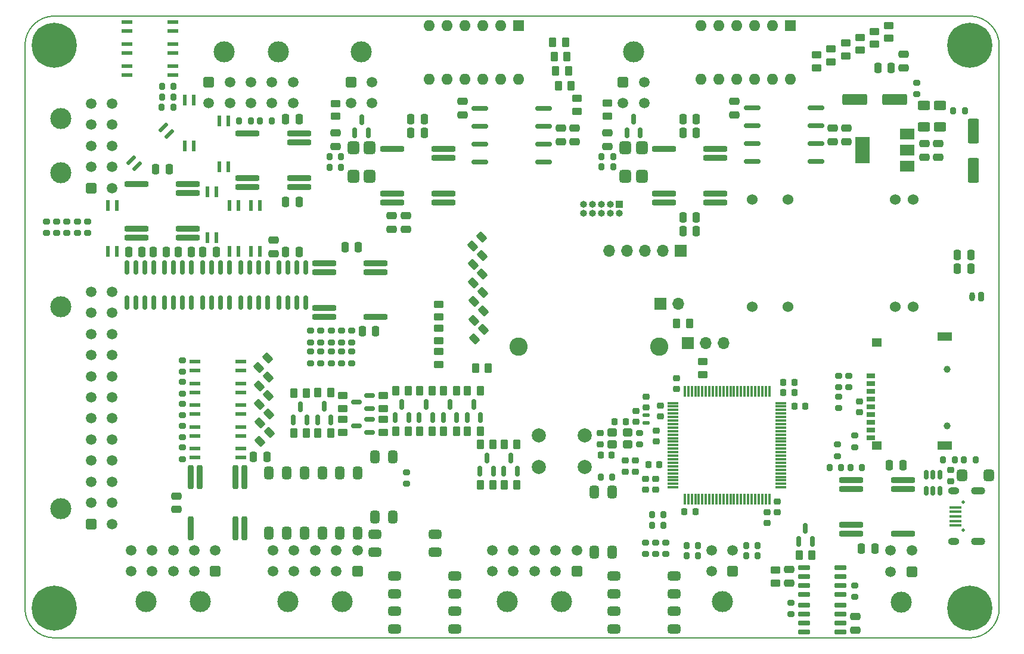
<source format=gts>
G04 #@! TF.GenerationSoftware,KiCad,Pcbnew,7.0.6*
G04 #@! TF.CreationDate,2023-08-28T17:52:52+03:00*
G04 #@! TF.ProjectId,impeller,696d7065-6c6c-4657-922e-6b696361645f,rev?*
G04 #@! TF.SameCoordinates,Original*
G04 #@! TF.FileFunction,Soldermask,Top*
G04 #@! TF.FilePolarity,Negative*
%FSLAX46Y46*%
G04 Gerber Fmt 4.6, Leading zero omitted, Abs format (unit mm)*
G04 Created by KiCad (PCBNEW 7.0.6) date 2023-08-28 17:52:52*
%MOMM*%
%LPD*%
G01*
G04 APERTURE LIST*
G04 Aperture macros list*
%AMRoundRect*
0 Rectangle with rounded corners*
0 $1 Rounding radius*
0 $2 $3 $4 $5 $6 $7 $8 $9 X,Y pos of 4 corners*
0 Add a 4 corners polygon primitive as box body*
4,1,4,$2,$3,$4,$5,$6,$7,$8,$9,$2,$3,0*
0 Add four circle primitives for the rounded corners*
1,1,$1+$1,$2,$3*
1,1,$1+$1,$4,$5*
1,1,$1+$1,$6,$7*
1,1,$1+$1,$8,$9*
0 Add four rect primitives between the rounded corners*
20,1,$1+$1,$2,$3,$4,$5,0*
20,1,$1+$1,$4,$5,$6,$7,0*
20,1,$1+$1,$6,$7,$8,$9,0*
20,1,$1+$1,$8,$9,$2,$3,0*%
G04 Aperture macros list end*
%ADD10RoundRect,0.250000X0.250000X0.475000X-0.250000X0.475000X-0.250000X-0.475000X0.250000X-0.475000X0*%
%ADD11RoundRect,0.200000X0.275000X-0.200000X0.275000X0.200000X-0.275000X0.200000X-0.275000X-0.200000X0*%
%ADD12RoundRect,0.325000X0.325000X0.575000X-0.325000X0.575000X-0.325000X-0.575000X0.325000X-0.575000X0*%
%ADD13RoundRect,0.200000X-1.500000X0.200000X-1.500000X-0.200000X1.500000X-0.200000X1.500000X0.200000X0*%
%ADD14RoundRect,0.225000X-0.225000X-0.250000X0.225000X-0.250000X0.225000X0.250000X-0.225000X0.250000X0*%
%ADD15C,0.800000*%
%ADD16C,6.400000*%
%ADD17C,3.000000*%
%ADD18RoundRect,0.250001X0.499999X0.499999X-0.499999X0.499999X-0.499999X-0.499999X0.499999X-0.499999X0*%
%ADD19C,1.500000*%
%ADD20RoundRect,0.250000X0.475000X-0.250000X0.475000X0.250000X-0.475000X0.250000X-0.475000X-0.250000X0*%
%ADD21RoundRect,0.250000X0.132583X-0.503814X0.503814X-0.132583X-0.132583X0.503814X-0.503814X0.132583X0*%
%ADD22RoundRect,0.225000X-0.250000X0.225000X-0.250000X-0.225000X0.250000X-0.225000X0.250000X0.225000X0*%
%ADD23RoundRect,0.250000X0.262500X0.450000X-0.262500X0.450000X-0.262500X-0.450000X0.262500X-0.450000X0*%
%ADD24RoundRect,0.250000X0.450000X-0.262500X0.450000X0.262500X-0.450000X0.262500X-0.450000X-0.262500X0*%
%ADD25RoundRect,0.250001X-0.499999X-0.499999X0.499999X-0.499999X0.499999X0.499999X-0.499999X0.499999X0*%
%ADD26RoundRect,0.137500X-0.137500X0.662500X-0.137500X-0.662500X0.137500X-0.662500X0.137500X0.662500X0*%
%ADD27RoundRect,0.425000X0.425000X-0.500000X0.425000X0.500000X-0.425000X0.500000X-0.425000X-0.500000X0*%
%ADD28RoundRect,0.250000X-0.262500X-0.450000X0.262500X-0.450000X0.262500X0.450000X-0.262500X0.450000X0*%
%ADD29RoundRect,0.137500X-0.662500X-0.137500X0.662500X-0.137500X0.662500X0.137500X-0.662500X0.137500X0*%
%ADD30RoundRect,0.250000X-0.250000X-0.475000X0.250000X-0.475000X0.250000X0.475000X-0.250000X0.475000X0*%
%ADD31RoundRect,0.200000X0.200000X0.275000X-0.200000X0.275000X-0.200000X-0.275000X0.200000X-0.275000X0*%
%ADD32RoundRect,0.225000X0.250000X-0.225000X0.250000X0.225000X-0.250000X0.225000X-0.250000X-0.225000X0*%
%ADD33C,0.500000*%
%ADD34R,1.800000X0.400000*%
%ADD35O,2.000000X1.090000*%
%ADD36O,1.600000X1.050000*%
%ADD37RoundRect,0.162500X1.012500X0.162500X-1.012500X0.162500X-1.012500X-0.162500X1.012500X-0.162500X0*%
%ADD38R,1.000000X1.000000*%
%ADD39O,1.000000X1.000000*%
%ADD40RoundRect,0.150000X0.150000X-0.825000X0.150000X0.825000X-0.150000X0.825000X-0.150000X-0.825000X0*%
%ADD41RoundRect,0.137500X0.662500X0.137500X-0.662500X0.137500X-0.662500X-0.137500X0.662500X-0.137500X0*%
%ADD42RoundRect,0.200000X-0.275000X0.200000X-0.275000X-0.200000X0.275000X-0.200000X0.275000X0.200000X0*%
%ADD43RoundRect,0.325000X-0.575000X0.325000X-0.575000X-0.325000X0.575000X-0.325000X0.575000X0.325000X0*%
%ADD44C,2.000000*%
%ADD45RoundRect,0.200000X-0.200000X-0.275000X0.200000X-0.275000X0.200000X0.275000X-0.200000X0.275000X0*%
%ADD46RoundRect,0.150000X0.150000X-0.587500X0.150000X0.587500X-0.150000X0.587500X-0.150000X-0.587500X0*%
%ADD47RoundRect,0.250000X-1.500000X-0.550000X1.500000X-0.550000X1.500000X0.550000X-1.500000X0.550000X0*%
%ADD48RoundRect,0.150000X0.725000X0.150000X-0.725000X0.150000X-0.725000X-0.150000X0.725000X-0.150000X0*%
%ADD49RoundRect,0.137500X-0.371231X-0.565685X0.565685X0.371231X0.371231X0.565685X-0.565685X-0.371231X0*%
%ADD50RoundRect,0.250000X-0.475000X0.250000X-0.475000X-0.250000X0.475000X-0.250000X0.475000X0.250000X0*%
%ADD51RoundRect,0.325000X0.575000X-0.325000X0.575000X0.325000X-0.575000X0.325000X-0.575000X-0.325000X0*%
%ADD52RoundRect,0.380000X0.380000X0.445000X-0.380000X0.445000X-0.380000X-0.445000X0.380000X-0.445000X0*%
%ADD53RoundRect,0.200000X1.500000X-0.200000X1.500000X0.200000X-1.500000X0.200000X-1.500000X-0.200000X0*%
%ADD54C,1.000000*%
%ADD55R,1.300000X0.700000*%
%ADD56R,2.000000X1.200000*%
%ADD57R,1.400000X1.200000*%
%ADD58RoundRect,0.225000X0.225000X0.250000X-0.225000X0.250000X-0.225000X-0.250000X0.225000X-0.250000X0*%
%ADD59R,1.700000X1.700000*%
%ADD60O,1.700000X1.700000*%
%ADD61RoundRect,0.150000X-0.725000X-0.150000X0.725000X-0.150000X0.725000X0.150000X-0.725000X0.150000X0*%
%ADD62RoundRect,0.150000X0.587500X0.150000X-0.587500X0.150000X-0.587500X-0.150000X0.587500X-0.150000X0*%
%ADD63RoundRect,0.200000X0.200000X1.500000X-0.200000X1.500000X-0.200000X-1.500000X0.200000X-1.500000X0*%
%ADD64R,2.000000X1.500000*%
%ADD65R,2.000000X3.800000*%
%ADD66RoundRect,0.250000X-0.450000X0.262500X-0.450000X-0.262500X0.450000X-0.262500X0.450000X0.262500X0*%
%ADD67RoundRect,0.250000X-0.625000X0.400000X-0.625000X-0.400000X0.625000X-0.400000X0.625000X0.400000X0*%
%ADD68RoundRect,0.250001X0.499999X-0.499999X0.499999X0.499999X-0.499999X0.499999X-0.499999X-0.499999X0*%
%ADD69RoundRect,0.300000X0.400000X0.300000X-0.400000X0.300000X-0.400000X-0.300000X0.400000X-0.300000X0*%
%ADD70RoundRect,0.150000X-0.150000X0.512500X-0.150000X-0.512500X0.150000X-0.512500X0.150000X0.512500X0*%
%ADD71RoundRect,0.200000X0.200000X0.450000X-0.200000X0.450000X-0.200000X-0.450000X0.200000X-0.450000X0*%
%ADD72O,0.800000X1.300000*%
%ADD73RoundRect,0.125000X0.375000X0.125000X-0.375000X0.125000X-0.375000X-0.125000X0.375000X-0.125000X0*%
%ADD74R,1.600000X1.600000*%
%ADD75O,1.600000X1.600000*%
%ADD76RoundRect,0.250000X-0.550000X1.500000X-0.550000X-1.500000X0.550000X-1.500000X0.550000X1.500000X0*%
%ADD77RoundRect,0.075000X-0.725000X-0.075000X0.725000X-0.075000X0.725000X0.075000X-0.725000X0.075000X0*%
%ADD78RoundRect,0.075000X-0.075000X-0.725000X0.075000X-0.725000X0.075000X0.725000X-0.075000X0.725000X0*%
%ADD79C,1.524000*%
%ADD80C,2.600000*%
G04 #@! TA.AperFunction,Profile*
%ADD81C,0.150000*%
G04 #@! TD*
G04 APERTURE END LIST*
D10*
X86672744Y-77126372D03*
X84772744Y-77126372D03*
D11*
X92412744Y-103461372D03*
X92412744Y-101811372D03*
D12*
X107252744Y-108506372D03*
X104712744Y-108506372D03*
X104712744Y-117046372D03*
X107252744Y-117046372D03*
D13*
X187417744Y-109556372D03*
X187417744Y-110826372D03*
X187417744Y-115906372D03*
X187417744Y-117176372D03*
X194717744Y-117176372D03*
X194717744Y-110826372D03*
X194717744Y-109556372D03*
D14*
X179327744Y-99066372D03*
X180877744Y-99066372D03*
D15*
X201827744Y-127786372D03*
X202530688Y-126089316D03*
X202530688Y-129483428D03*
X204227744Y-125386372D03*
D16*
X204227744Y-127786372D03*
D15*
X204227744Y-130186372D03*
X205924800Y-126089316D03*
X205924800Y-129483428D03*
X206627744Y-127786372D03*
D17*
X146252744Y-126866372D03*
X138552744Y-126866372D03*
D18*
X148412744Y-122546372D03*
D19*
X145412744Y-122546372D03*
X142412744Y-122546372D03*
X139412744Y-122546372D03*
X136412744Y-122546372D03*
X148412744Y-119546372D03*
X145412744Y-119546372D03*
X142412744Y-119546372D03*
X139412744Y-119546372D03*
X136412744Y-119546372D03*
D20*
X152772744Y-62106372D03*
X152772744Y-60206372D03*
D21*
X133618410Y-76289689D03*
X134908880Y-74999219D03*
D22*
X160292744Y-98946372D03*
X160292744Y-100496372D03*
D15*
X71827744Y-47786372D03*
X72530688Y-46089316D03*
X72530688Y-49483428D03*
X74227744Y-45386372D03*
D16*
X74227744Y-47786372D03*
D15*
X74227744Y-50186372D03*
X75924800Y-46089316D03*
X75924800Y-49483428D03*
X76627744Y-47786372D03*
D23*
X110045244Y-97158872D03*
X108220244Y-97158872D03*
D24*
X192742744Y-46748872D03*
X192742744Y-44923872D03*
D14*
X177767744Y-95646372D03*
X179317744Y-95646372D03*
D17*
X98292744Y-48666372D03*
X105992744Y-48666372D03*
D25*
X96132744Y-52986372D03*
D19*
X99132744Y-52986372D03*
X102132744Y-52986372D03*
X105132744Y-52986372D03*
X108132744Y-52986372D03*
X96132744Y-55986372D03*
X99132744Y-55986372D03*
X102132744Y-55986372D03*
X105132744Y-55986372D03*
X108132744Y-55986372D03*
D26*
X93967744Y-55536372D03*
X92697744Y-55536372D03*
X92697744Y-62036372D03*
X93967744Y-62036372D03*
D12*
X112252744Y-108506372D03*
X109712744Y-108506372D03*
X109712744Y-117046372D03*
X112252744Y-117046372D03*
D27*
X116697744Y-66371372D03*
X116697744Y-62321372D03*
X118997744Y-62321372D03*
X118997744Y-66371372D03*
D28*
X138110244Y-104486372D03*
X139935244Y-104486372D03*
D20*
X186737744Y-61436372D03*
X186737744Y-59536372D03*
D29*
X94192744Y-98901372D03*
X94192744Y-100171372D03*
X100692744Y-100171372D03*
X100692744Y-98901372D03*
D30*
X124857744Y-60211372D03*
X126757744Y-60211372D03*
D20*
X146137744Y-61456372D03*
X146137744Y-59556372D03*
D31*
X102107744Y-58476372D03*
X100457744Y-58476372D03*
D32*
X156732744Y-108346372D03*
X156732744Y-106796372D03*
D33*
X203281744Y-112706372D03*
X203281744Y-116706372D03*
D34*
X202181744Y-116006372D03*
X202181744Y-115356372D03*
X202181744Y-114706372D03*
X202181744Y-114056372D03*
X202181744Y-113406372D03*
D35*
X205431744Y-111106372D03*
D36*
X201981744Y-111106372D03*
D35*
X205431744Y-118306372D03*
D36*
X201981744Y-118306372D03*
D37*
X182372744Y-64296372D03*
X182372744Y-61756372D03*
X182372744Y-59216372D03*
X182372744Y-56676372D03*
X173322744Y-56676372D03*
X173322744Y-59216372D03*
X173322744Y-61756372D03*
X173322744Y-64296372D03*
D26*
X98887744Y-58506372D03*
X97617744Y-58506372D03*
X97617744Y-65006372D03*
X98887744Y-65006372D03*
D22*
X175422744Y-114091372D03*
X175422744Y-115641372D03*
D38*
X154472744Y-70371372D03*
D39*
X154472744Y-71641372D03*
X153202744Y-70371372D03*
X153202744Y-71641372D03*
X151932744Y-70371372D03*
X151932744Y-71641372D03*
X150662744Y-70371372D03*
X150662744Y-71641372D03*
X149392744Y-70371372D03*
X149392744Y-71641372D03*
D40*
X84482744Y-84281372D03*
X85752744Y-84281372D03*
X87022744Y-84281372D03*
X88292744Y-84281372D03*
X88292744Y-79331372D03*
X87022744Y-79331372D03*
X85752744Y-79331372D03*
X84482744Y-79331372D03*
D41*
X91002744Y-51966372D03*
X91002744Y-50696372D03*
X84502744Y-50696372D03*
X84502744Y-51966372D03*
D11*
X196722744Y-54711372D03*
X196722744Y-53061372D03*
D42*
X178840000Y-126990000D03*
X178840000Y-128640000D03*
D12*
X122262744Y-106276372D03*
X119722744Y-106276372D03*
X119722744Y-114816372D03*
X122262744Y-114816372D03*
D21*
X103442744Y-104056372D03*
X104733214Y-102765902D03*
D17*
X194517744Y-126876372D03*
D18*
X196017744Y-122556372D03*
D19*
X193017744Y-122556372D03*
X196017744Y-119556372D03*
X193017744Y-119556372D03*
D10*
X190737744Y-119276372D03*
X188837744Y-119276372D03*
D30*
X107052744Y-58216372D03*
X108952744Y-58216372D03*
D43*
X122562744Y-128196372D03*
X122562744Y-130736372D03*
X131102744Y-130736372D03*
X131102744Y-128196372D03*
D11*
X187882744Y-104891372D03*
X187882744Y-103241372D03*
D22*
X151772744Y-102901372D03*
X151772744Y-104451372D03*
D44*
X149522744Y-107726372D03*
X143022744Y-107726372D03*
X149522744Y-103226372D03*
X143022744Y-103226372D03*
D45*
X172482744Y-120316372D03*
X174132744Y-120316372D03*
D11*
X78932744Y-74451372D03*
X78932744Y-72801372D03*
D46*
X129452744Y-100653872D03*
X131352744Y-100653872D03*
X130402744Y-98778872D03*
D30*
X163497744Y-74146372D03*
X165397744Y-74146372D03*
D22*
X158192744Y-109351372D03*
X158192744Y-110901372D03*
D30*
X163497744Y-60191372D03*
X165397744Y-60191372D03*
D10*
X194717744Y-107472305D03*
X192817744Y-107472305D03*
D27*
X155337744Y-66351372D03*
X155337744Y-62301372D03*
X157637744Y-62301372D03*
X157637744Y-66351372D03*
D46*
X155537744Y-60153872D03*
X157437744Y-60153872D03*
X156487744Y-58278872D03*
D47*
X187932744Y-55466372D03*
X193532744Y-55466372D03*
D48*
X185845000Y-125775000D03*
X185845000Y-124505000D03*
X185845000Y-123235000D03*
X185845000Y-121965000D03*
X180695000Y-121965000D03*
X180695000Y-123235000D03*
X180695000Y-124505000D03*
X180695000Y-125775000D03*
D46*
X132852744Y-100653872D03*
X134752744Y-100653872D03*
X133802744Y-98778872D03*
D10*
X108952744Y-77116372D03*
X107052744Y-77116372D03*
D32*
X159722744Y-104051372D03*
X159722744Y-102501372D03*
D49*
X85075634Y-64055456D03*
X85973660Y-64953482D03*
X90569854Y-60357288D03*
X89671828Y-59459262D03*
D42*
X161072744Y-118441372D03*
X161072744Y-120091372D03*
D21*
X133830542Y-86825580D03*
X135121012Y-85535110D03*
D26*
X83107744Y-70546372D03*
X81837744Y-70546372D03*
X81837744Y-77046372D03*
X83107744Y-77046372D03*
D50*
X197772744Y-61746372D03*
X197772744Y-63646372D03*
D51*
X128272744Y-119816372D03*
X128272744Y-117276372D03*
X119732744Y-117276372D03*
X119732744Y-119816372D03*
D28*
X145800244Y-53466372D03*
X147625244Y-53466372D03*
D11*
X116452744Y-89986372D03*
X116452744Y-88336372D03*
X92412744Y-97261372D03*
X92412744Y-95611372D03*
D46*
X126042744Y-100653872D03*
X127942744Y-100653872D03*
X126992744Y-98778872D03*
D17*
X94932744Y-126856372D03*
X87232744Y-126856372D03*
D18*
X97092744Y-122536372D03*
D19*
X94092744Y-122536372D03*
X91092744Y-122536372D03*
X88092744Y-122536372D03*
X85092744Y-122536372D03*
X97092744Y-119536372D03*
X94092744Y-119536372D03*
X91092744Y-119536372D03*
X88092744Y-119536372D03*
X85092744Y-119536372D03*
D50*
X187950000Y-128960000D03*
X187950000Y-130860000D03*
D45*
X103427744Y-58476372D03*
X105077744Y-58476372D03*
D11*
X76012744Y-74441372D03*
X76012744Y-72791372D03*
D40*
X89887744Y-84281372D03*
X91157744Y-84281372D03*
X92427744Y-84281372D03*
X93697744Y-84281372D03*
X93697744Y-79331372D03*
X92427744Y-79331372D03*
X91157744Y-79331372D03*
X89887744Y-79331372D03*
D30*
X191202744Y-50936372D03*
X193102744Y-50936372D03*
D52*
X206932744Y-108886372D03*
X203172744Y-108886372D03*
D40*
X95287744Y-84281372D03*
X96557744Y-84281372D03*
X97827744Y-84281372D03*
X99097744Y-84281372D03*
X99097744Y-79331372D03*
X97827744Y-79331372D03*
X96557744Y-79331372D03*
X95287744Y-79331372D03*
D53*
X93172744Y-75056372D03*
X93172744Y-73786372D03*
X93172744Y-68706372D03*
X93172744Y-67436372D03*
X85872744Y-67436372D03*
X85872744Y-73786372D03*
X85872744Y-75056372D03*
D54*
X200992744Y-101829372D03*
X200992744Y-93829372D03*
D55*
X190152744Y-94739372D03*
X190152744Y-95839372D03*
X190152744Y-96939372D03*
X190152744Y-98039372D03*
X190152744Y-99139372D03*
X190152744Y-100239372D03*
X190152744Y-101339372D03*
X190152744Y-102439372D03*
X190152744Y-103539372D03*
D56*
X200702744Y-104639372D03*
X200702744Y-89119372D03*
D57*
X191002744Y-104639372D03*
X191002744Y-89959372D03*
D58*
X165267744Y-114046372D03*
X163717744Y-114046372D03*
D21*
X103283645Y-96154453D03*
X104574115Y-94863983D03*
D28*
X132890244Y-96846372D03*
X134715244Y-96846372D03*
D51*
X162262744Y-130726372D03*
X162262744Y-128186372D03*
X153722744Y-128186372D03*
X153722744Y-130726372D03*
D31*
X114957744Y-65076372D03*
X113307744Y-65076372D03*
D11*
X77472744Y-74451372D03*
X77472744Y-72801372D03*
D23*
X131315244Y-96846372D03*
X129490244Y-96846372D03*
D59*
X164232744Y-90086372D03*
D60*
X166772744Y-90086372D03*
X169312744Y-90086372D03*
D22*
X176882744Y-112571372D03*
X176882744Y-114121372D03*
D28*
X162620244Y-87306372D03*
X164445244Y-87306372D03*
D31*
X202097744Y-106656372D03*
X200447744Y-106656372D03*
X188917744Y-107736372D03*
X187267744Y-107736372D03*
D32*
X155272744Y-108346372D03*
X155272744Y-106796372D03*
D10*
X97192744Y-77126372D03*
X95292744Y-77126372D03*
D61*
X180695000Y-127370000D03*
X180695000Y-128640000D03*
X180695000Y-129910000D03*
X180695000Y-131180000D03*
X185845000Y-131180000D03*
X185845000Y-129910000D03*
X185845000Y-128640000D03*
X185845000Y-127370000D03*
D62*
X118997744Y-99406372D03*
X118997744Y-97506372D03*
X117122744Y-98456372D03*
D45*
X151802744Y-109136372D03*
X153452744Y-109136372D03*
D11*
X185582744Y-96351372D03*
X185582744Y-94701372D03*
D63*
X101242744Y-109136372D03*
X99972744Y-109136372D03*
X94892744Y-109136372D03*
X93622744Y-109136372D03*
X93622744Y-116436372D03*
X99972744Y-116436372D03*
X101242744Y-116436372D03*
D30*
X163497744Y-58231372D03*
X165397744Y-58231372D03*
D24*
X152787744Y-57808872D03*
X152787744Y-55983872D03*
D64*
X195332744Y-64956372D03*
X195332744Y-62656372D03*
D65*
X189032744Y-62656372D03*
D64*
X195332744Y-60356372D03*
D40*
X106097744Y-84281372D03*
X107367744Y-84281372D03*
X108637744Y-84281372D03*
X109907744Y-84281372D03*
X109907744Y-79331372D03*
X108637744Y-79331372D03*
X107367744Y-79331372D03*
X106097744Y-79331372D03*
D28*
X132890244Y-102586372D03*
X134715244Y-102586372D03*
D21*
X103336678Y-98788426D03*
X104627148Y-97497956D03*
D12*
X117252744Y-108506372D03*
X114712744Y-108506372D03*
X114712744Y-117046372D03*
X117252744Y-117046372D03*
D32*
X201492744Y-109681372D03*
X201492744Y-108131372D03*
D30*
X202502744Y-77536372D03*
X204402744Y-77536372D03*
D46*
X116897744Y-60173872D03*
X118797744Y-60173872D03*
X117847744Y-58298872D03*
D24*
X184542744Y-50108872D03*
X184542744Y-48283872D03*
D45*
X201897744Y-57026372D03*
X203547744Y-57026372D03*
D24*
X115190244Y-99368872D03*
X115190244Y-97543872D03*
D10*
X104412744Y-106276372D03*
X102512744Y-106276372D03*
X117382744Y-76486372D03*
X115482744Y-76486372D03*
D28*
X145000244Y-47286372D03*
X146825244Y-47286372D03*
D45*
X159087744Y-115946372D03*
X160737744Y-115946372D03*
D37*
X143732744Y-64316372D03*
X143732744Y-61776372D03*
X143732744Y-59236372D03*
X143732744Y-56696372D03*
X134682744Y-56696372D03*
X134682744Y-59236372D03*
X134682744Y-61776372D03*
X134682744Y-64316372D03*
D20*
X132177744Y-57646372D03*
X132177744Y-55746372D03*
D66*
X166272744Y-92733872D03*
X166272744Y-94558872D03*
D31*
X165662744Y-120326372D03*
X164012744Y-120326372D03*
D28*
X126080244Y-96846372D03*
X127905244Y-96846372D03*
D45*
X89477744Y-55076372D03*
X91127744Y-55076372D03*
D42*
X185442744Y-104481372D03*
X185442744Y-106131372D03*
D24*
X128832744Y-89748872D03*
X128832744Y-87923872D03*
D15*
X71827744Y-127786372D03*
X72530688Y-126089316D03*
X72530688Y-129483428D03*
X74227744Y-125386372D03*
D16*
X74227744Y-127786372D03*
D15*
X74227744Y-130186372D03*
X75924800Y-126089316D03*
X75924800Y-129483428D03*
X76627744Y-127786372D03*
D45*
X89467744Y-56536372D03*
X91117744Y-56536372D03*
D11*
X73092744Y-74451372D03*
X73092744Y-72801372D03*
D67*
X200002744Y-56266372D03*
X200002744Y-59366372D03*
D20*
X148097744Y-61456372D03*
X148097744Y-59556372D03*
D17*
X75112744Y-113626372D03*
X75112744Y-84926372D03*
D68*
X79432744Y-115786372D03*
D19*
X79432744Y-112786372D03*
X79432744Y-109786372D03*
X79432744Y-106786372D03*
X79432744Y-103786372D03*
X79432744Y-100786372D03*
X79432744Y-97786372D03*
X79432744Y-94786372D03*
X79432744Y-91786372D03*
X79432744Y-88786372D03*
X79432744Y-85786372D03*
X79432744Y-82786372D03*
X82432744Y-115786372D03*
X82432744Y-112786372D03*
X82432744Y-109786372D03*
X82432744Y-106786372D03*
X82432744Y-103786372D03*
X82432744Y-100786372D03*
X82432744Y-97786372D03*
X82432744Y-94786372D03*
X82432744Y-91786372D03*
X82432744Y-88786372D03*
X82432744Y-85786372D03*
X82432744Y-82786372D03*
D69*
X153432744Y-104506372D03*
X155632744Y-104506372D03*
X155632744Y-102806372D03*
X153432744Y-102806372D03*
D42*
X110612744Y-91306372D03*
X110612744Y-92956372D03*
D70*
X199972744Y-108768872D03*
X199022744Y-108768872D03*
X198072744Y-108768872D03*
X198072744Y-111043872D03*
X199022744Y-111043872D03*
X199972744Y-111043872D03*
D21*
X133671443Y-78923662D03*
X134961913Y-77633192D03*
D10*
X93697744Y-77126372D03*
X91797744Y-77126372D03*
D31*
X114957744Y-63606372D03*
X113307744Y-63606372D03*
D22*
X159652744Y-109351372D03*
X159652744Y-110901372D03*
D29*
X94192744Y-102001372D03*
X94192744Y-103271372D03*
X100692744Y-103271372D03*
X100692744Y-102001372D03*
D28*
X134040244Y-93596372D03*
X135865244Y-93596372D03*
D30*
X163497744Y-72186372D03*
X165397744Y-72186372D03*
D11*
X113532744Y-89986372D03*
X113532744Y-88336372D03*
D30*
X88222744Y-77126372D03*
X90122744Y-77126372D03*
D50*
X194842744Y-49036372D03*
X194842744Y-50936372D03*
D22*
X156802744Y-99731372D03*
X156802744Y-101281372D03*
D31*
X153597744Y-65056372D03*
X151947744Y-65056372D03*
D26*
X100327744Y-70556372D03*
X99057744Y-70556372D03*
X99057744Y-77056372D03*
X100327744Y-77056372D03*
D31*
X165662744Y-118866372D03*
X164012744Y-118866372D03*
D28*
X129490244Y-102586372D03*
X131315244Y-102586372D03*
D24*
X128832744Y-93108872D03*
X128832744Y-91283872D03*
D42*
X158152744Y-118441372D03*
X158152744Y-120091372D03*
D71*
X205842744Y-83496372D03*
D72*
X204592744Y-83496372D03*
D28*
X111620244Y-102896372D03*
X113445244Y-102896372D03*
D11*
X110612744Y-89986372D03*
X110612744Y-88336372D03*
D29*
X94192744Y-105101372D03*
X94192744Y-106371372D03*
X100692744Y-106371372D03*
X100692744Y-105101372D03*
D23*
X124505244Y-96846372D03*
X122680244Y-96846372D03*
D20*
X105322744Y-77356372D03*
X105322744Y-75456372D03*
D24*
X114132744Y-57828872D03*
X114132744Y-56003872D03*
D20*
X170817744Y-57626372D03*
X170817744Y-55726372D03*
D21*
X133724476Y-81557634D03*
X135014946Y-80267164D03*
D10*
X119832744Y-88386372D03*
X117932744Y-88386372D03*
D12*
X153442744Y-111276372D03*
X150902744Y-111276372D03*
X150902744Y-119816372D03*
X153442744Y-119816372D03*
D73*
X158252744Y-101466372D03*
X158252744Y-100366372D03*
D50*
X122152744Y-71976372D03*
X122152744Y-73876372D03*
D42*
X159612744Y-118441372D03*
X159612744Y-120091372D03*
D40*
X100697744Y-84281372D03*
X101967744Y-84281372D03*
X103237744Y-84281372D03*
X104507744Y-84281372D03*
X104507744Y-79331372D03*
X103237744Y-79331372D03*
X101967744Y-79331372D03*
X100697744Y-79331372D03*
D45*
X203417744Y-106656372D03*
X205067744Y-106656372D03*
D14*
X177772744Y-97106372D03*
X179322744Y-97106372D03*
D53*
X108952744Y-67916372D03*
X108952744Y-66646372D03*
X108952744Y-61566372D03*
X108952744Y-60296372D03*
X101652744Y-60296372D03*
X101652744Y-66646372D03*
X101652744Y-67916372D03*
D28*
X108220244Y-102906372D03*
X110045244Y-102906372D03*
D46*
X134672744Y-108293872D03*
X136572744Y-108293872D03*
X135622744Y-106418872D03*
D20*
X114132744Y-62126372D03*
X114132744Y-60226372D03*
D14*
X153807744Y-101266372D03*
X155357744Y-101266372D03*
D28*
X122680244Y-102586372D03*
X124505244Y-102586372D03*
D23*
X136535244Y-104486372D03*
X134710244Y-104486372D03*
D17*
X75112744Y-65886372D03*
X75112744Y-58186372D03*
D68*
X79432744Y-68046372D03*
D19*
X79432744Y-65046372D03*
X79432744Y-62046372D03*
X79432744Y-59046372D03*
X79432744Y-56046372D03*
X82432744Y-68046372D03*
X82432744Y-65046372D03*
X82432744Y-62046372D03*
X82432744Y-59046372D03*
X82432744Y-56046372D03*
D22*
X158262744Y-97681372D03*
X158262744Y-99231372D03*
D28*
X145200244Y-49346372D03*
X147025244Y-49346372D03*
D17*
X169072744Y-126866372D03*
D18*
X170572744Y-122546372D03*
D19*
X167572744Y-122546372D03*
X170572744Y-119546372D03*
X167572744Y-119546372D03*
D31*
X185957744Y-107736372D03*
X184307744Y-107736372D03*
D50*
X124112744Y-71976372D03*
X124112744Y-73876372D03*
D20*
X91532744Y-113736372D03*
X91532744Y-111836372D03*
D24*
X188642744Y-48428872D03*
X188642744Y-46603872D03*
X120932744Y-102768872D03*
X120932744Y-100943872D03*
D67*
X197762744Y-56266372D03*
X197762744Y-59366372D03*
D74*
X178762744Y-44916372D03*
D75*
X176222744Y-44916372D03*
X173682744Y-44916372D03*
X171142744Y-44916372D03*
X168602744Y-44916372D03*
X166062744Y-44916372D03*
X166062744Y-52536372D03*
X168602744Y-52536372D03*
X171142744Y-52536372D03*
X173682744Y-52536372D03*
X176222744Y-52536372D03*
X178762744Y-52536372D03*
D46*
X111582744Y-100963872D03*
X113482744Y-100963872D03*
X112532744Y-99088872D03*
D11*
X92412744Y-106561372D03*
X92412744Y-104911372D03*
D66*
X128832744Y-84563872D03*
X128832744Y-86388872D03*
D30*
X202502744Y-79496372D03*
X204402744Y-79496372D03*
D20*
X184777744Y-61436372D03*
X184777744Y-59536372D03*
D28*
X126080244Y-102586372D03*
X127905244Y-102586372D03*
X145430244Y-51406372D03*
X147255244Y-51406372D03*
D42*
X116452744Y-91306372D03*
X116452744Y-92956372D03*
D28*
X134710244Y-110226372D03*
X136535244Y-110226372D03*
D76*
X204712744Y-59916372D03*
X204712744Y-65516372D03*
D42*
X112072744Y-91306372D03*
X112072744Y-92956372D03*
D26*
X103427744Y-70546372D03*
X102157744Y-70546372D03*
X102157744Y-77046372D03*
X103427744Y-77046372D03*
D41*
X91002744Y-48861372D03*
X91002744Y-47591372D03*
X84502744Y-47591372D03*
X84502744Y-48861372D03*
D45*
X89477744Y-53616372D03*
X91127744Y-53616372D03*
D59*
X160277744Y-84486372D03*
D60*
X162817744Y-84486372D03*
D26*
X97217744Y-68596372D03*
X95947744Y-68596372D03*
X95947744Y-75096372D03*
X97217744Y-75096372D03*
D21*
X103389711Y-101422399D03*
X104680181Y-100131929D03*
D28*
X111620244Y-97146372D03*
X113445244Y-97146372D03*
X138110244Y-110226372D03*
X139935244Y-110226372D03*
D62*
X118997744Y-102806372D03*
X118997744Y-100906372D03*
X117122744Y-101856372D03*
D58*
X160167744Y-107336372D03*
X158617744Y-107336372D03*
D77*
X162077744Y-98591372D03*
X162077744Y-99091372D03*
X162077744Y-99591372D03*
X162077744Y-100091372D03*
X162077744Y-100591372D03*
X162077744Y-101091372D03*
X162077744Y-101591372D03*
X162077744Y-102091372D03*
X162077744Y-102591372D03*
X162077744Y-103091372D03*
X162077744Y-103591372D03*
X162077744Y-104091372D03*
X162077744Y-104591372D03*
X162077744Y-105091372D03*
X162077744Y-105591372D03*
X162077744Y-106091372D03*
X162077744Y-106591372D03*
X162077744Y-107091372D03*
X162077744Y-107591372D03*
X162077744Y-108091372D03*
X162077744Y-108591372D03*
X162077744Y-109091372D03*
X162077744Y-109591372D03*
X162077744Y-110091372D03*
X162077744Y-110591372D03*
D78*
X163752744Y-112266372D03*
X164252744Y-112266372D03*
X164752744Y-112266372D03*
X165252744Y-112266372D03*
X165752744Y-112266372D03*
X166252744Y-112266372D03*
X166752744Y-112266372D03*
X167252744Y-112266372D03*
X167752744Y-112266372D03*
X168252744Y-112266372D03*
X168752744Y-112266372D03*
X169252744Y-112266372D03*
X169752744Y-112266372D03*
X170252744Y-112266372D03*
X170752744Y-112266372D03*
X171252744Y-112266372D03*
X171752744Y-112266372D03*
X172252744Y-112266372D03*
X172752744Y-112266372D03*
X173252744Y-112266372D03*
X173752744Y-112266372D03*
X174252744Y-112266372D03*
X174752744Y-112266372D03*
X175252744Y-112266372D03*
X175752744Y-112266372D03*
D77*
X177427744Y-110591372D03*
X177427744Y-110091372D03*
X177427744Y-109591372D03*
X177427744Y-109091372D03*
X177427744Y-108591372D03*
X177427744Y-108091372D03*
X177427744Y-107591372D03*
X177427744Y-107091372D03*
X177427744Y-106591372D03*
X177427744Y-106091372D03*
X177427744Y-105591372D03*
X177427744Y-105091372D03*
X177427744Y-104591372D03*
X177427744Y-104091372D03*
X177427744Y-103591372D03*
X177427744Y-103091372D03*
X177427744Y-102591372D03*
X177427744Y-102091372D03*
X177427744Y-101591372D03*
X177427744Y-101091372D03*
X177427744Y-100591372D03*
X177427744Y-100091372D03*
X177427744Y-99591372D03*
X177427744Y-99091372D03*
X177427744Y-98591372D03*
D78*
X175752744Y-96916372D03*
X175252744Y-96916372D03*
X174752744Y-96916372D03*
X174252744Y-96916372D03*
X173752744Y-96916372D03*
X173252744Y-96916372D03*
X172752744Y-96916372D03*
X172252744Y-96916372D03*
X171752744Y-96916372D03*
X171252744Y-96916372D03*
X170752744Y-96916372D03*
X170252744Y-96916372D03*
X169752744Y-96916372D03*
X169252744Y-96916372D03*
X168752744Y-96916372D03*
X168252744Y-96916372D03*
X167752744Y-96916372D03*
X167252744Y-96916372D03*
X166752744Y-96916372D03*
X166252744Y-96916372D03*
X165752744Y-96916372D03*
X165252744Y-96916372D03*
X164752744Y-96916372D03*
X164252744Y-96916372D03*
X163752744Y-96916372D03*
D11*
X92412744Y-100361372D03*
X92412744Y-98711372D03*
D46*
X122642744Y-100653872D03*
X124542744Y-100653872D03*
X123592744Y-98778872D03*
D24*
X176660000Y-124185000D03*
X176660000Y-122360000D03*
D21*
X103230612Y-93520481D03*
X104521082Y-92230011D03*
D29*
X94192744Y-95801372D03*
X94192744Y-97071372D03*
X100692744Y-97071372D03*
X100692744Y-95801372D03*
D11*
X187042744Y-96351372D03*
X187042744Y-94701372D03*
D24*
X148412744Y-57108872D03*
X148412744Y-55283872D03*
D29*
X94192744Y-92701372D03*
X94192744Y-93971372D03*
X100692744Y-93971372D03*
X100692744Y-92701372D03*
D42*
X114992744Y-91306372D03*
X114992744Y-92956372D03*
D11*
X74552744Y-74451372D03*
X74552744Y-72801372D03*
D20*
X178590000Y-124185000D03*
X178590000Y-122285000D03*
D17*
X117837744Y-48666372D03*
D25*
X116337744Y-52986372D03*
D19*
X119337744Y-52986372D03*
X116337744Y-55986372D03*
X119337744Y-55986372D03*
D15*
X201827744Y-47786372D03*
X202530688Y-46089316D03*
X202530688Y-49483428D03*
X204227744Y-45386372D03*
D16*
X204227744Y-47786372D03*
D15*
X204227744Y-50186372D03*
X205924800Y-46089316D03*
X205924800Y-49483428D03*
X206627744Y-47786372D03*
D42*
X124222744Y-108451372D03*
X124222744Y-110101372D03*
D30*
X124857744Y-58251372D03*
X126757744Y-58251372D03*
D17*
X115092744Y-126856372D03*
X107392744Y-126856372D03*
D18*
X117252744Y-122536372D03*
D19*
X114252744Y-122536372D03*
X111252744Y-122536372D03*
X108252744Y-122536372D03*
X105252744Y-122536372D03*
X117252744Y-119536372D03*
X114252744Y-119536372D03*
X111252744Y-119536372D03*
X108252744Y-119536372D03*
X105252744Y-119536372D03*
D21*
X133883575Y-89459553D03*
X135174045Y-88169083D03*
D59*
X163142744Y-76926372D03*
D60*
X160602744Y-76926372D03*
X158062744Y-76926372D03*
X155522744Y-76926372D03*
X152982744Y-76926372D03*
D32*
X162572744Y-96631372D03*
X162572744Y-95081372D03*
D41*
X91002744Y-45756372D03*
X91002744Y-44486372D03*
X84502744Y-44486372D03*
X84502744Y-45756372D03*
D28*
X179987500Y-120180000D03*
X181812500Y-120180000D03*
D79*
X196172744Y-69646372D03*
X193632744Y-69646372D03*
X178392744Y-69646372D03*
X173312744Y-69646372D03*
X173312744Y-84886372D03*
X178392744Y-84886372D03*
X193632744Y-84886372D03*
X196172744Y-84886372D03*
D21*
X133777509Y-84191607D03*
X135067979Y-82901137D03*
D46*
X179950000Y-118247500D03*
X181850000Y-118247500D03*
X180900000Y-116372500D03*
D42*
X157354686Y-102846372D03*
X157354686Y-104496372D03*
D24*
X186592744Y-49268872D03*
X186592744Y-47443872D03*
D51*
X162262744Y-125726372D03*
X162262744Y-123186372D03*
X153722744Y-123186372D03*
X153722744Y-125726372D03*
D42*
X113532744Y-91306372D03*
X113532744Y-92956372D03*
D24*
X190692744Y-47588872D03*
X190692744Y-45763872D03*
D11*
X112072744Y-89986372D03*
X112072744Y-88336372D03*
D13*
X112552744Y-78696372D03*
X112552744Y-79966372D03*
X112552744Y-85046372D03*
X112552744Y-86316372D03*
X119852744Y-86316372D03*
X119852744Y-79966372D03*
X119852744Y-78696372D03*
D24*
X120932744Y-99368872D03*
X120932744Y-97543872D03*
D32*
X188542744Y-99914372D03*
X188542744Y-98364372D03*
D30*
X107052744Y-69986372D03*
X108952744Y-69986372D03*
D42*
X187890000Y-124505000D03*
X187890000Y-126155000D03*
D24*
X182492744Y-50948872D03*
X182492744Y-49123872D03*
D45*
X159097744Y-114486372D03*
X160747744Y-114486372D03*
D53*
X129457744Y-70126372D03*
X129457744Y-68856372D03*
X129457744Y-63776372D03*
X129457744Y-62506372D03*
X122157744Y-62506372D03*
X122157744Y-68856372D03*
X122157744Y-70126372D03*
X168082744Y-70086372D03*
X168082744Y-68816372D03*
X168082744Y-63736372D03*
X168082744Y-62466372D03*
X160782744Y-62466372D03*
X160782744Y-68816372D03*
X160782744Y-70086372D03*
D11*
X92402744Y-94161372D03*
X92402744Y-92511372D03*
D46*
X108182744Y-100973872D03*
X110082744Y-100973872D03*
X109132744Y-99098872D03*
D74*
X140112744Y-44926372D03*
D75*
X137572744Y-44926372D03*
X135032744Y-44926372D03*
X132492744Y-44926372D03*
X129952744Y-44926372D03*
X127412744Y-44926372D03*
X127412744Y-52546372D03*
X129952744Y-52546372D03*
X132492744Y-52546372D03*
X135032744Y-52546372D03*
X137572744Y-52546372D03*
X140112744Y-52546372D03*
D66*
X115190244Y-100943872D03*
X115190244Y-102768872D03*
D80*
X160152744Y-90576372D03*
X140152744Y-90576372D03*
D42*
X185582744Y-97671372D03*
X185582744Y-99321372D03*
D30*
X88592744Y-65366372D03*
X90492744Y-65366372D03*
D45*
X172482744Y-118846372D03*
X174132744Y-118846372D03*
D11*
X114992744Y-89986372D03*
X114992744Y-88336372D03*
D58*
X153397744Y-106036372D03*
X151847744Y-106036372D03*
D46*
X138072744Y-108293872D03*
X139972744Y-108293872D03*
X139022744Y-106418872D03*
D50*
X199732744Y-61746372D03*
X199732744Y-63646372D03*
D43*
X122562744Y-123196372D03*
X122562744Y-125736372D03*
X131102744Y-125736372D03*
X131102744Y-123196372D03*
D31*
X153597744Y-63586372D03*
X151947744Y-63586372D03*
D17*
X156487744Y-48666372D03*
D25*
X154987744Y-52986372D03*
D19*
X157987744Y-52986372D03*
X154987744Y-55986372D03*
X157987744Y-55986372D03*
D81*
X208427728Y-47786372D02*
G75*
G03*
X204227744Y-43586372I-4200028J-28D01*
G01*
X204227744Y-43586372D02*
X74227744Y-43586372D01*
X208427744Y-127786372D02*
X208427744Y-47786372D01*
X70027728Y-127786372D02*
G75*
G03*
X74227744Y-131986372I4199972J-28D01*
G01*
X70027744Y-47786372D02*
X70027744Y-127786372D01*
X204227744Y-131986444D02*
G75*
G03*
X208427744Y-127786372I-44J4200044D01*
G01*
X74227744Y-43586364D02*
G75*
G03*
X70027744Y-47786372I6J-4200006D01*
G01*
X74227744Y-131986372D02*
X204227744Y-131986372D01*
M02*

</source>
